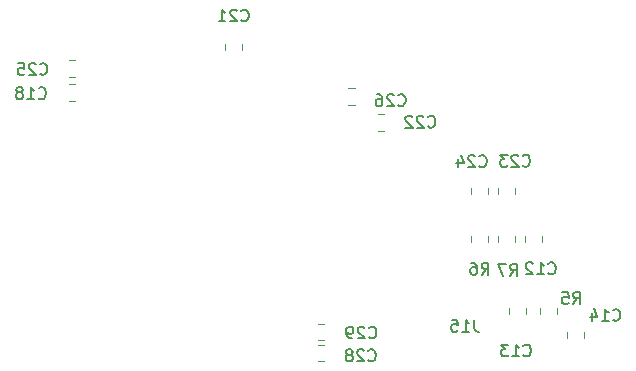
<source format=gbo>
G04 #@! TF.GenerationSoftware,KiCad,Pcbnew,(5.0.2)-1*
G04 #@! TF.CreationDate,2019-06-06T20:52:43-07:00*
G04 #@! TF.ProjectId,Complete PLL Board Rev5,436f6d70-6c65-4746-9520-504c4c20426f,rev?*
G04 #@! TF.SameCoordinates,Original*
G04 #@! TF.FileFunction,Legend,Bot*
G04 #@! TF.FilePolarity,Positive*
%FSLAX46Y46*%
G04 Gerber Fmt 4.6, Leading zero omitted, Abs format (unit mm)*
G04 Created by KiCad (PCBNEW (5.0.2)-1) date 6/6/2019 8:52:43 PM*
%MOMM*%
%LPD*%
G01*
G04 APERTURE LIST*
%ADD10C,0.120000*%
%ADD11C,0.150000*%
G04 APERTURE END LIST*
D10*
G04 #@! TO.C,C28*
X121201548Y-110389600D02*
X121724052Y-110389600D01*
X121201548Y-111809600D02*
X121724052Y-111809600D01*
G04 #@! TO.C,C29*
X121192548Y-110031600D02*
X121715052Y-110031600D01*
X121192548Y-108611600D02*
X121715052Y-108611600D01*
G04 #@! TO.C,C26*
X124285752Y-90105300D02*
X123763248Y-90105300D01*
X124285752Y-88685300D02*
X123763248Y-88685300D01*
G04 #@! TO.C,C25*
X100072448Y-87743100D02*
X100594952Y-87743100D01*
X100072448Y-86323100D02*
X100594952Y-86323100D01*
G04 #@! TO.C,C24*
X134164000Y-97679252D02*
X134164000Y-97156748D01*
X135584000Y-97679252D02*
X135584000Y-97156748D01*
G04 #@! TO.C,C23*
X137870000Y-97661252D02*
X137870000Y-97138748D01*
X136450000Y-97661252D02*
X136450000Y-97138748D01*
G04 #@! TO.C,R7*
X137870000Y-101743252D02*
X137870000Y-101220748D01*
X136450000Y-101743252D02*
X136450000Y-101220748D01*
G04 #@! TO.C,C14*
X142292000Y-109348748D02*
X142292000Y-109871252D01*
X143712000Y-109348748D02*
X143712000Y-109871252D01*
G04 #@! TO.C,C12*
X140156000Y-101220748D02*
X140156000Y-101743252D01*
X138736000Y-101220748D02*
X138736000Y-101743252D01*
G04 #@! TO.C,C13*
X138797100Y-107304048D02*
X138797100Y-107826552D01*
X137377100Y-107304048D02*
X137377100Y-107826552D01*
G04 #@! TO.C,C18*
X100090448Y-89749700D02*
X100612952Y-89749700D01*
X100090448Y-88329700D02*
X100612952Y-88329700D01*
G04 #@! TO.C,C21*
X114756000Y-85478252D02*
X114756000Y-84955748D01*
X113336000Y-85478252D02*
X113336000Y-84955748D01*
G04 #@! TO.C,C22*
X126800352Y-90857000D02*
X126277848Y-90857000D01*
X126800352Y-92277000D02*
X126277848Y-92277000D01*
G04 #@! TO.C,R5*
X140006000Y-107839252D02*
X140006000Y-107316748D01*
X141426000Y-107839252D02*
X141426000Y-107316748D01*
G04 #@! TO.C,R6*
X135584000Y-101211748D02*
X135584000Y-101734252D01*
X134164000Y-101211748D02*
X134164000Y-101734252D01*
G04 #@! TO.C,C28*
D11*
X125458457Y-111710742D02*
X125506076Y-111758361D01*
X125648933Y-111805980D01*
X125744171Y-111805980D01*
X125887028Y-111758361D01*
X125982266Y-111663123D01*
X126029885Y-111567885D01*
X126077504Y-111377409D01*
X126077504Y-111234552D01*
X126029885Y-111044076D01*
X125982266Y-110948838D01*
X125887028Y-110853600D01*
X125744171Y-110805980D01*
X125648933Y-110805980D01*
X125506076Y-110853600D01*
X125458457Y-110901219D01*
X125077504Y-110901219D02*
X125029885Y-110853600D01*
X124934647Y-110805980D01*
X124696552Y-110805980D01*
X124601314Y-110853600D01*
X124553695Y-110901219D01*
X124506076Y-110996457D01*
X124506076Y-111091695D01*
X124553695Y-111234552D01*
X125125123Y-111805980D01*
X124506076Y-111805980D01*
X123934647Y-111234552D02*
X124029885Y-111186933D01*
X124077504Y-111139314D01*
X124125123Y-111044076D01*
X124125123Y-110996457D01*
X124077504Y-110901219D01*
X124029885Y-110853600D01*
X123934647Y-110805980D01*
X123744171Y-110805980D01*
X123648933Y-110853600D01*
X123601314Y-110901219D01*
X123553695Y-110996457D01*
X123553695Y-111044076D01*
X123601314Y-111139314D01*
X123648933Y-111186933D01*
X123744171Y-111234552D01*
X123934647Y-111234552D01*
X124029885Y-111282171D01*
X124077504Y-111329790D01*
X124125123Y-111425028D01*
X124125123Y-111615504D01*
X124077504Y-111710742D01*
X124029885Y-111758361D01*
X123934647Y-111805980D01*
X123744171Y-111805980D01*
X123648933Y-111758361D01*
X123601314Y-111710742D01*
X123553695Y-111615504D01*
X123553695Y-111425028D01*
X123601314Y-111329790D01*
X123648933Y-111282171D01*
X123744171Y-111234552D01*
G04 #@! TO.C,C29*
X125509257Y-109780342D02*
X125556876Y-109827961D01*
X125699733Y-109875580D01*
X125794971Y-109875580D01*
X125937828Y-109827961D01*
X126033066Y-109732723D01*
X126080685Y-109637485D01*
X126128304Y-109447009D01*
X126128304Y-109304152D01*
X126080685Y-109113676D01*
X126033066Y-109018438D01*
X125937828Y-108923200D01*
X125794971Y-108875580D01*
X125699733Y-108875580D01*
X125556876Y-108923200D01*
X125509257Y-108970819D01*
X125128304Y-108970819D02*
X125080685Y-108923200D01*
X124985447Y-108875580D01*
X124747352Y-108875580D01*
X124652114Y-108923200D01*
X124604495Y-108970819D01*
X124556876Y-109066057D01*
X124556876Y-109161295D01*
X124604495Y-109304152D01*
X125175923Y-109875580D01*
X124556876Y-109875580D01*
X124080685Y-109875580D02*
X123890209Y-109875580D01*
X123794971Y-109827961D01*
X123747352Y-109780342D01*
X123652114Y-109637485D01*
X123604495Y-109447009D01*
X123604495Y-109066057D01*
X123652114Y-108970819D01*
X123699733Y-108923200D01*
X123794971Y-108875580D01*
X123985447Y-108875580D01*
X124080685Y-108923200D01*
X124128304Y-108970819D01*
X124175923Y-109066057D01*
X124175923Y-109304152D01*
X124128304Y-109399390D01*
X124080685Y-109447009D01*
X123985447Y-109494628D01*
X123794971Y-109494628D01*
X123699733Y-109447009D01*
X123652114Y-109399390D01*
X123604495Y-109304152D01*
G04 #@! TO.C,C26*
X127985757Y-90108042D02*
X128033376Y-90155661D01*
X128176233Y-90203280D01*
X128271471Y-90203280D01*
X128414328Y-90155661D01*
X128509566Y-90060423D01*
X128557185Y-89965185D01*
X128604804Y-89774709D01*
X128604804Y-89631852D01*
X128557185Y-89441376D01*
X128509566Y-89346138D01*
X128414328Y-89250900D01*
X128271471Y-89203280D01*
X128176233Y-89203280D01*
X128033376Y-89250900D01*
X127985757Y-89298519D01*
X127604804Y-89298519D02*
X127557185Y-89250900D01*
X127461947Y-89203280D01*
X127223852Y-89203280D01*
X127128614Y-89250900D01*
X127080995Y-89298519D01*
X127033376Y-89393757D01*
X127033376Y-89488995D01*
X127080995Y-89631852D01*
X127652423Y-90203280D01*
X127033376Y-90203280D01*
X126176233Y-89203280D02*
X126366709Y-89203280D01*
X126461947Y-89250900D01*
X126509566Y-89298519D01*
X126604804Y-89441376D01*
X126652423Y-89631852D01*
X126652423Y-90012804D01*
X126604804Y-90108042D01*
X126557185Y-90155661D01*
X126461947Y-90203280D01*
X126271471Y-90203280D01*
X126176233Y-90155661D01*
X126128614Y-90108042D01*
X126080995Y-90012804D01*
X126080995Y-89774709D01*
X126128614Y-89679471D01*
X126176233Y-89631852D01*
X126271471Y-89584233D01*
X126461947Y-89584233D01*
X126557185Y-89631852D01*
X126604804Y-89679471D01*
X126652423Y-89774709D01*
G04 #@! TO.C,C25*
X97658157Y-87466442D02*
X97705776Y-87514061D01*
X97848633Y-87561680D01*
X97943871Y-87561680D01*
X98086728Y-87514061D01*
X98181966Y-87418823D01*
X98229585Y-87323585D01*
X98277204Y-87133109D01*
X98277204Y-86990252D01*
X98229585Y-86799776D01*
X98181966Y-86704538D01*
X98086728Y-86609300D01*
X97943871Y-86561680D01*
X97848633Y-86561680D01*
X97705776Y-86609300D01*
X97658157Y-86656919D01*
X97277204Y-86656919D02*
X97229585Y-86609300D01*
X97134347Y-86561680D01*
X96896252Y-86561680D01*
X96801014Y-86609300D01*
X96753395Y-86656919D01*
X96705776Y-86752157D01*
X96705776Y-86847395D01*
X96753395Y-86990252D01*
X97324823Y-87561680D01*
X96705776Y-87561680D01*
X95801014Y-86561680D02*
X96277204Y-86561680D01*
X96324823Y-87037871D01*
X96277204Y-86990252D01*
X96181966Y-86942633D01*
X95943871Y-86942633D01*
X95848633Y-86990252D01*
X95801014Y-87037871D01*
X95753395Y-87133109D01*
X95753395Y-87371204D01*
X95801014Y-87466442D01*
X95848633Y-87514061D01*
X95943871Y-87561680D01*
X96181966Y-87561680D01*
X96277204Y-87514061D01*
X96324823Y-87466442D01*
G04 #@! TO.C,C24*
X134856457Y-95276942D02*
X134904076Y-95324561D01*
X135046933Y-95372180D01*
X135142171Y-95372180D01*
X135285028Y-95324561D01*
X135380266Y-95229323D01*
X135427885Y-95134085D01*
X135475504Y-94943609D01*
X135475504Y-94800752D01*
X135427885Y-94610276D01*
X135380266Y-94515038D01*
X135285028Y-94419800D01*
X135142171Y-94372180D01*
X135046933Y-94372180D01*
X134904076Y-94419800D01*
X134856457Y-94467419D01*
X134475504Y-94467419D02*
X134427885Y-94419800D01*
X134332647Y-94372180D01*
X134094552Y-94372180D01*
X133999314Y-94419800D01*
X133951695Y-94467419D01*
X133904076Y-94562657D01*
X133904076Y-94657895D01*
X133951695Y-94800752D01*
X134523123Y-95372180D01*
X133904076Y-95372180D01*
X133046933Y-94705514D02*
X133046933Y-95372180D01*
X133285028Y-94324561D02*
X133523123Y-95038847D01*
X132904076Y-95038847D01*
G04 #@! TO.C,C23*
X138526757Y-95226142D02*
X138574376Y-95273761D01*
X138717233Y-95321380D01*
X138812471Y-95321380D01*
X138955328Y-95273761D01*
X139050566Y-95178523D01*
X139098185Y-95083285D01*
X139145804Y-94892809D01*
X139145804Y-94749952D01*
X139098185Y-94559476D01*
X139050566Y-94464238D01*
X138955328Y-94369000D01*
X138812471Y-94321380D01*
X138717233Y-94321380D01*
X138574376Y-94369000D01*
X138526757Y-94416619D01*
X138145804Y-94416619D02*
X138098185Y-94369000D01*
X138002947Y-94321380D01*
X137764852Y-94321380D01*
X137669614Y-94369000D01*
X137621995Y-94416619D01*
X137574376Y-94511857D01*
X137574376Y-94607095D01*
X137621995Y-94749952D01*
X138193423Y-95321380D01*
X137574376Y-95321380D01*
X137241042Y-94321380D02*
X136621995Y-94321380D01*
X136955328Y-94702333D01*
X136812471Y-94702333D01*
X136717233Y-94749952D01*
X136669614Y-94797571D01*
X136621995Y-94892809D01*
X136621995Y-95130904D01*
X136669614Y-95226142D01*
X136717233Y-95273761D01*
X136812471Y-95321380D01*
X137098185Y-95321380D01*
X137193423Y-95273761D01*
X137241042Y-95226142D01*
G04 #@! TO.C,R7*
X137453666Y-104579680D02*
X137787000Y-104103490D01*
X138025095Y-104579680D02*
X138025095Y-103579680D01*
X137644142Y-103579680D01*
X137548904Y-103627300D01*
X137501285Y-103674919D01*
X137453666Y-103770157D01*
X137453666Y-103913014D01*
X137501285Y-104008252D01*
X137548904Y-104055871D01*
X137644142Y-104103490D01*
X138025095Y-104103490D01*
X137120333Y-103579680D02*
X136453666Y-103579680D01*
X136882238Y-104579680D01*
G04 #@! TO.C,C14*
X146172157Y-108281742D02*
X146219776Y-108329361D01*
X146362633Y-108376980D01*
X146457871Y-108376980D01*
X146600728Y-108329361D01*
X146695966Y-108234123D01*
X146743585Y-108138885D01*
X146791204Y-107948409D01*
X146791204Y-107805552D01*
X146743585Y-107615076D01*
X146695966Y-107519838D01*
X146600728Y-107424600D01*
X146457871Y-107376980D01*
X146362633Y-107376980D01*
X146219776Y-107424600D01*
X146172157Y-107472219D01*
X145219776Y-108376980D02*
X145791204Y-108376980D01*
X145505490Y-108376980D02*
X145505490Y-107376980D01*
X145600728Y-107519838D01*
X145695966Y-107615076D01*
X145791204Y-107662695D01*
X144362633Y-107710314D02*
X144362633Y-108376980D01*
X144600728Y-107329361D02*
X144838823Y-108043647D01*
X144219776Y-108043647D01*
G04 #@! TO.C,C12*
X140698457Y-104344742D02*
X140746076Y-104392361D01*
X140888933Y-104439980D01*
X140984171Y-104439980D01*
X141127028Y-104392361D01*
X141222266Y-104297123D01*
X141269885Y-104201885D01*
X141317504Y-104011409D01*
X141317504Y-103868552D01*
X141269885Y-103678076D01*
X141222266Y-103582838D01*
X141127028Y-103487600D01*
X140984171Y-103439980D01*
X140888933Y-103439980D01*
X140746076Y-103487600D01*
X140698457Y-103535219D01*
X139746076Y-104439980D02*
X140317504Y-104439980D01*
X140031790Y-104439980D02*
X140031790Y-103439980D01*
X140127028Y-103582838D01*
X140222266Y-103678076D01*
X140317504Y-103725695D01*
X139365123Y-103535219D02*
X139317504Y-103487600D01*
X139222266Y-103439980D01*
X138984171Y-103439980D01*
X138888933Y-103487600D01*
X138841314Y-103535219D01*
X138793695Y-103630457D01*
X138793695Y-103725695D01*
X138841314Y-103868552D01*
X139412742Y-104439980D01*
X138793695Y-104439980D01*
G04 #@! TO.C,C13*
X138590257Y-111304342D02*
X138637876Y-111351961D01*
X138780733Y-111399580D01*
X138875971Y-111399580D01*
X139018828Y-111351961D01*
X139114066Y-111256723D01*
X139161685Y-111161485D01*
X139209304Y-110971009D01*
X139209304Y-110828152D01*
X139161685Y-110637676D01*
X139114066Y-110542438D01*
X139018828Y-110447200D01*
X138875971Y-110399580D01*
X138780733Y-110399580D01*
X138637876Y-110447200D01*
X138590257Y-110494819D01*
X137637876Y-111399580D02*
X138209304Y-111399580D01*
X137923590Y-111399580D02*
X137923590Y-110399580D01*
X138018828Y-110542438D01*
X138114066Y-110637676D01*
X138209304Y-110685295D01*
X137304542Y-110399580D02*
X136685495Y-110399580D01*
X137018828Y-110780533D01*
X136875971Y-110780533D01*
X136780733Y-110828152D01*
X136733114Y-110875771D01*
X136685495Y-110971009D01*
X136685495Y-111209104D01*
X136733114Y-111304342D01*
X136780733Y-111351961D01*
X136875971Y-111399580D01*
X137161685Y-111399580D01*
X137256923Y-111351961D01*
X137304542Y-111304342D01*
G04 #@! TO.C,C18*
X97531157Y-89511142D02*
X97578776Y-89558761D01*
X97721633Y-89606380D01*
X97816871Y-89606380D01*
X97959728Y-89558761D01*
X98054966Y-89463523D01*
X98102585Y-89368285D01*
X98150204Y-89177809D01*
X98150204Y-89034952D01*
X98102585Y-88844476D01*
X98054966Y-88749238D01*
X97959728Y-88654000D01*
X97816871Y-88606380D01*
X97721633Y-88606380D01*
X97578776Y-88654000D01*
X97531157Y-88701619D01*
X96578776Y-89606380D02*
X97150204Y-89606380D01*
X96864490Y-89606380D02*
X96864490Y-88606380D01*
X96959728Y-88749238D01*
X97054966Y-88844476D01*
X97150204Y-88892095D01*
X96007347Y-89034952D02*
X96102585Y-88987333D01*
X96150204Y-88939714D01*
X96197823Y-88844476D01*
X96197823Y-88796857D01*
X96150204Y-88701619D01*
X96102585Y-88654000D01*
X96007347Y-88606380D01*
X95816871Y-88606380D01*
X95721633Y-88654000D01*
X95674014Y-88701619D01*
X95626395Y-88796857D01*
X95626395Y-88844476D01*
X95674014Y-88939714D01*
X95721633Y-88987333D01*
X95816871Y-89034952D01*
X96007347Y-89034952D01*
X96102585Y-89082571D01*
X96150204Y-89130190D01*
X96197823Y-89225428D01*
X96197823Y-89415904D01*
X96150204Y-89511142D01*
X96102585Y-89558761D01*
X96007347Y-89606380D01*
X95816871Y-89606380D01*
X95721633Y-89558761D01*
X95674014Y-89511142D01*
X95626395Y-89415904D01*
X95626395Y-89225428D01*
X95674014Y-89130190D01*
X95721633Y-89082571D01*
X95816871Y-89034952D01*
G04 #@! TO.C,C21*
X114688857Y-82932542D02*
X114736476Y-82980161D01*
X114879333Y-83027780D01*
X114974571Y-83027780D01*
X115117428Y-82980161D01*
X115212666Y-82884923D01*
X115260285Y-82789685D01*
X115307904Y-82599209D01*
X115307904Y-82456352D01*
X115260285Y-82265876D01*
X115212666Y-82170638D01*
X115117428Y-82075400D01*
X114974571Y-82027780D01*
X114879333Y-82027780D01*
X114736476Y-82075400D01*
X114688857Y-82123019D01*
X114307904Y-82123019D02*
X114260285Y-82075400D01*
X114165047Y-82027780D01*
X113926952Y-82027780D01*
X113831714Y-82075400D01*
X113784095Y-82123019D01*
X113736476Y-82218257D01*
X113736476Y-82313495D01*
X113784095Y-82456352D01*
X114355523Y-83027780D01*
X113736476Y-83027780D01*
X112784095Y-83027780D02*
X113355523Y-83027780D01*
X113069809Y-83027780D02*
X113069809Y-82027780D01*
X113165047Y-82170638D01*
X113260285Y-82265876D01*
X113355523Y-82313495D01*
G04 #@! TO.C,C22*
X130500357Y-91924142D02*
X130547976Y-91971761D01*
X130690833Y-92019380D01*
X130786071Y-92019380D01*
X130928928Y-91971761D01*
X131024166Y-91876523D01*
X131071785Y-91781285D01*
X131119404Y-91590809D01*
X131119404Y-91447952D01*
X131071785Y-91257476D01*
X131024166Y-91162238D01*
X130928928Y-91067000D01*
X130786071Y-91019380D01*
X130690833Y-91019380D01*
X130547976Y-91067000D01*
X130500357Y-91114619D01*
X130119404Y-91114619D02*
X130071785Y-91067000D01*
X129976547Y-91019380D01*
X129738452Y-91019380D01*
X129643214Y-91067000D01*
X129595595Y-91114619D01*
X129547976Y-91209857D01*
X129547976Y-91305095D01*
X129595595Y-91447952D01*
X130167023Y-92019380D01*
X129547976Y-92019380D01*
X129167023Y-91114619D02*
X129119404Y-91067000D01*
X129024166Y-91019380D01*
X128786071Y-91019380D01*
X128690833Y-91067000D01*
X128643214Y-91114619D01*
X128595595Y-91209857D01*
X128595595Y-91305095D01*
X128643214Y-91447952D01*
X129214642Y-92019380D01*
X128595595Y-92019380D01*
G04 #@! TO.C,J15*
X134413523Y-108291380D02*
X134413523Y-109005666D01*
X134461142Y-109148523D01*
X134556380Y-109243761D01*
X134699238Y-109291380D01*
X134794476Y-109291380D01*
X133413523Y-109291380D02*
X133984952Y-109291380D01*
X133699238Y-109291380D02*
X133699238Y-108291380D01*
X133794476Y-108434238D01*
X133889714Y-108529476D01*
X133984952Y-108577095D01*
X132508761Y-108291380D02*
X132984952Y-108291380D01*
X133032571Y-108767571D01*
X132984952Y-108719952D01*
X132889714Y-108672333D01*
X132651619Y-108672333D01*
X132556380Y-108719952D01*
X132508761Y-108767571D01*
X132461142Y-108862809D01*
X132461142Y-109100904D01*
X132508761Y-109196142D01*
X132556380Y-109243761D01*
X132651619Y-109291380D01*
X132889714Y-109291380D01*
X132984952Y-109243761D01*
X133032571Y-109196142D01*
G04 #@! TO.C,R5*
X142787666Y-106954580D02*
X143121000Y-106478390D01*
X143359095Y-106954580D02*
X143359095Y-105954580D01*
X142978142Y-105954580D01*
X142882904Y-106002200D01*
X142835285Y-106049819D01*
X142787666Y-106145057D01*
X142787666Y-106287914D01*
X142835285Y-106383152D01*
X142882904Y-106430771D01*
X142978142Y-106478390D01*
X143359095Y-106478390D01*
X141882904Y-105954580D02*
X142359095Y-105954580D01*
X142406714Y-106430771D01*
X142359095Y-106383152D01*
X142263857Y-106335533D01*
X142025761Y-106335533D01*
X141930523Y-106383152D01*
X141882904Y-106430771D01*
X141835285Y-106526009D01*
X141835285Y-106764104D01*
X141882904Y-106859342D01*
X141930523Y-106906961D01*
X142025761Y-106954580D01*
X142263857Y-106954580D01*
X142359095Y-106906961D01*
X142406714Y-106859342D01*
G04 #@! TO.C,R6*
X135040666Y-104465380D02*
X135374000Y-103989190D01*
X135612095Y-104465380D02*
X135612095Y-103465380D01*
X135231142Y-103465380D01*
X135135904Y-103513000D01*
X135088285Y-103560619D01*
X135040666Y-103655857D01*
X135040666Y-103798714D01*
X135088285Y-103893952D01*
X135135904Y-103941571D01*
X135231142Y-103989190D01*
X135612095Y-103989190D01*
X134183523Y-103465380D02*
X134374000Y-103465380D01*
X134469238Y-103513000D01*
X134516857Y-103560619D01*
X134612095Y-103703476D01*
X134659714Y-103893952D01*
X134659714Y-104274904D01*
X134612095Y-104370142D01*
X134564476Y-104417761D01*
X134469238Y-104465380D01*
X134278761Y-104465380D01*
X134183523Y-104417761D01*
X134135904Y-104370142D01*
X134088285Y-104274904D01*
X134088285Y-104036809D01*
X134135904Y-103941571D01*
X134183523Y-103893952D01*
X134278761Y-103846333D01*
X134469238Y-103846333D01*
X134564476Y-103893952D01*
X134612095Y-103941571D01*
X134659714Y-104036809D01*
G04 #@! TD*
M02*

</source>
